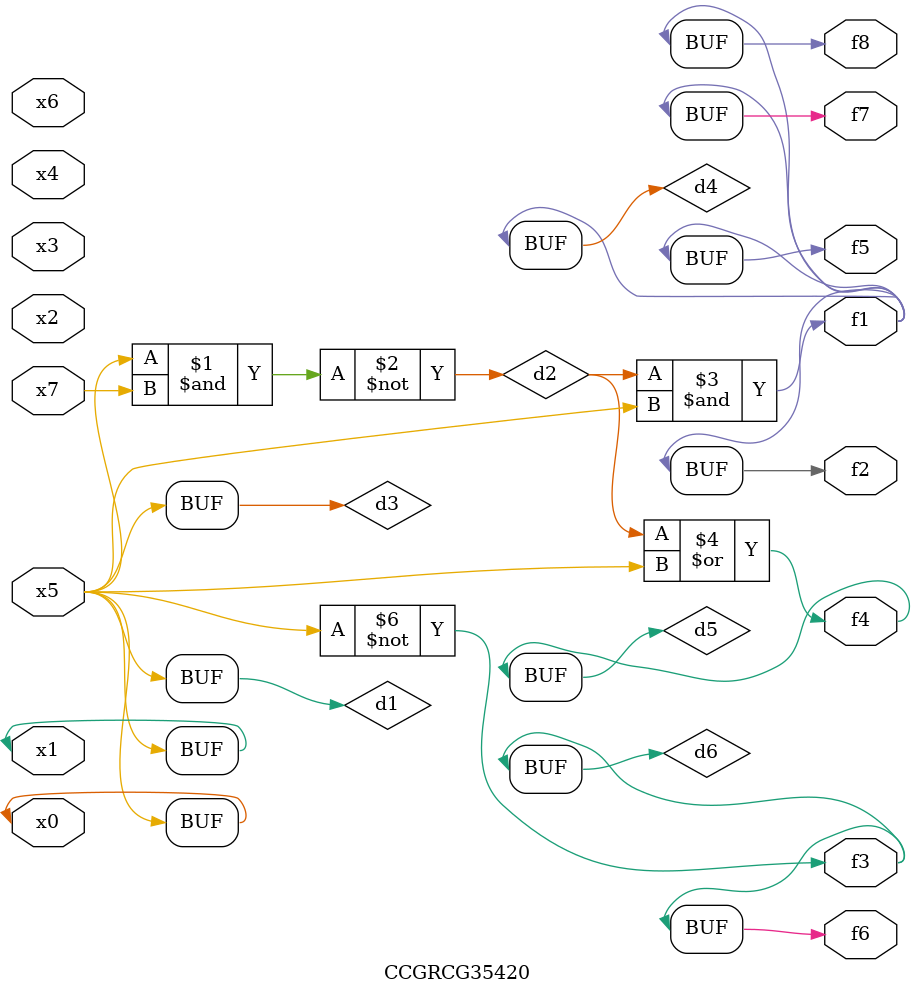
<source format=v>
module CCGRCG35420(
	input x0, x1, x2, x3, x4, x5, x6, x7,
	output f1, f2, f3, f4, f5, f6, f7, f8
);

	wire d1, d2, d3, d4, d5, d6;

	buf (d1, x0, x5);
	nand (d2, x5, x7);
	buf (d3, x0, x1);
	and (d4, d2, d3);
	or (d5, d2, d3);
	nor (d6, d1, d3);
	assign f1 = d4;
	assign f2 = d4;
	assign f3 = d6;
	assign f4 = d5;
	assign f5 = d4;
	assign f6 = d6;
	assign f7 = d4;
	assign f8 = d4;
endmodule

</source>
